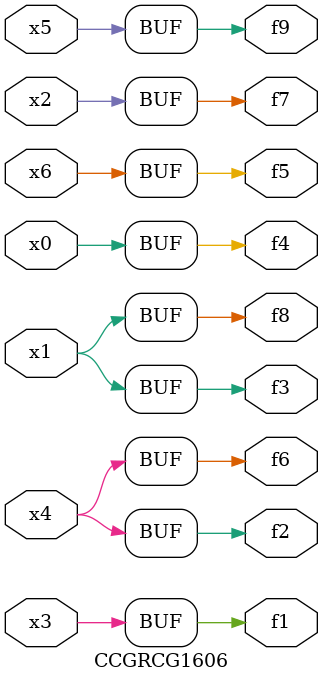
<source format=v>
module CCGRCG1606(
	input x0, x1, x2, x3, x4, x5, x6,
	output f1, f2, f3, f4, f5, f6, f7, f8, f9
);
	assign f1 = x3;
	assign f2 = x4;
	assign f3 = x1;
	assign f4 = x0;
	assign f5 = x6;
	assign f6 = x4;
	assign f7 = x2;
	assign f8 = x1;
	assign f9 = x5;
endmodule

</source>
